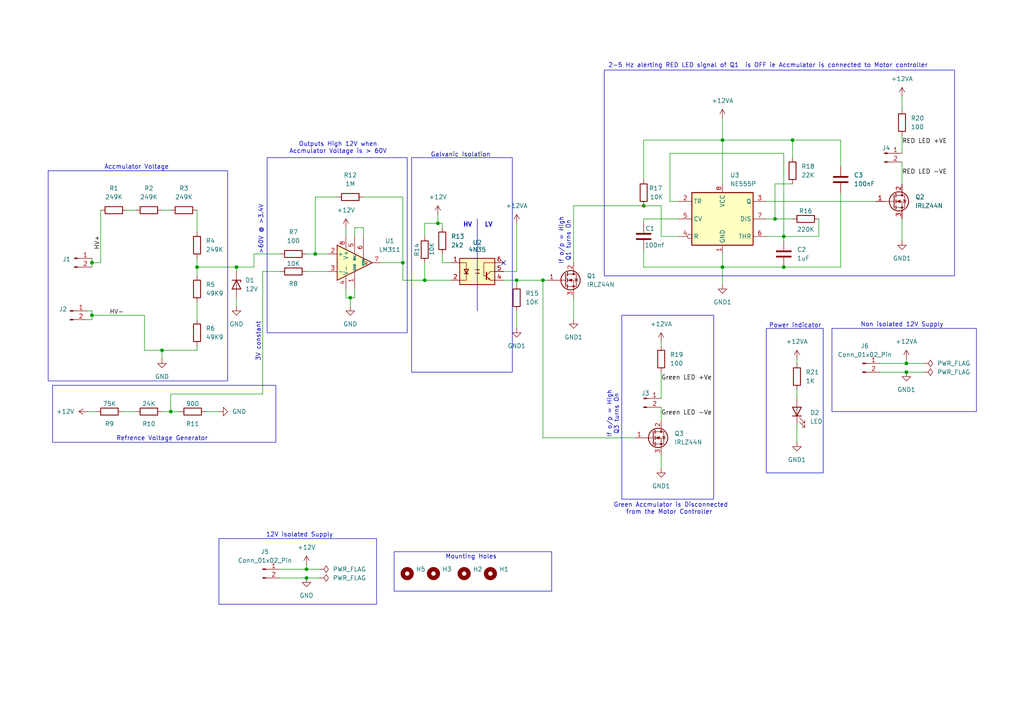
<source format=kicad_sch>
(kicad_sch (version 20231120) (generator "eeschema") (generator_version "8.0")
  (paper "A4")
  (lib_symbols
    (symbol "Comparator:LM311" (pin_names (offset 0.127))
      (property "Reference" "U" (at 3.81 6.35 0))
      (property "Value" "LM311" (at 3.81 3.81 0))
      (symbol "LM311_0_1"
        (polyline (pts (xy 5.08 0) (xy -5.08 5.08) (xy -5.08 -5.08) (xy 5.08 0)) (stroke (width 0.254)) (fill (type background)))
        (polyline (pts (xy 3.683 -0.381) (xy 3.302 -0.381) (xy 3.683 0) (xy 3.302 0.381) (xy 2.921 0) (xy 3.302 -0.381) (xy 2.921 -0.381)) (stroke (width 0.127)))
      )
      (symbol "LM311_1_1"
        (pin passive line (at 0 -7.62 90) (length 5.08) (name "GND") (number "1"))
        (pin input line (at -7.62 2.54 0) (length 2.54) (name "+") (number "2"))
        (pin input line (at -7.62 -2.54 0) (length 2.54) (name "-") (number "3"))
        (pin power_in line (at -2.54 -7.62 90) (length 3.81) (name "V-") (number "4"))
        (pin input line (at 0 7.62 270) (length 5.08) (name "BAL") (number "5"))
        (pin input line (at 2.54 7.62 270) (length 6.35) (name "STRB") (number "6"))
        (pin open_collector line (at 7.62 0 180) (length 2.54) (name "~") (number "7"))
        (pin power_in line (at -2.54 7.62 270) (length 3.81) (name "V+") (number "8"))
      )
    )
    (symbol "Connector:Conn_01x02_Pin" (pin_names (offset 1.016) hide)
      (property "Reference" "J" (at 0 2.54 0))
      (property "Value" "Conn_01x02_Pin" (at 0 -5.08 0))
      (symbol "Conn_01x02_Pin_1_1"
        (polyline (pts (xy 1.27 -2.54) (xy 0.8636 -2.54)) (stroke (width 0.1524)))
        (polyline (pts (xy 1.27 0) (xy 0.8636 0)) (stroke (width 0.1524)))
        (rectangle (start 0.8636 -2.413) (end 0 -2.667) (stroke (width 0.1524)) (fill (type outline)))
        (rectangle (start 0.8636 0.127) (end 0 -0.127) (stroke (width 0.1524)) (fill (type outline)))
        (pin passive line (at 5.08 0 180) (length 3.81) (name "Pin_1") (number "1"))
        (pin passive line (at 5.08 -2.54 180) (length 3.81) (name "Pin_2") (number "2"))
      )
    )
    (symbol "Device:C" (pin_numbers hide) (pin_names (offset 0.254))
      (property "Reference" "C" (at 0.635 2.54 0))
      (property "Value" "C" (at 0.635 -2.54 0))
      (symbol "C_0_1"
        (polyline (pts (xy -2.032 -0.762) (xy 2.032 -0.762)) (stroke (width 0.508)))
        (polyline (pts (xy -2.032 0.762) (xy 2.032 0.762)) (stroke (width 0.508)))
      )
      (symbol "C_1_1"
        (pin passive line (at 0 3.81 270) (length 2.794) (name "~") (number "1"))
        (pin passive line (at 0 -3.81 90) (length 2.794) (name "~") (number "2"))
      )
    )
    (symbol "Device:D_Zener" (pin_numbers hide) (pin_names (offset 1.016) hide)
      (property "Reference" "D" (at 0 2.54 0))
      (property "Value" "D_Zener" (at 0 -2.54 0))
      (symbol "D_Zener_0_1"
        (polyline (pts (xy 1.27 0) (xy -1.27 0)))
        (polyline (pts (xy -1.27 -1.27) (xy -1.27 1.27) (xy -0.762 1.27)) (stroke (width 0.254)))
        (polyline (pts (xy 1.27 -1.27) (xy 1.27 1.27) (xy -1.27 0) (xy 1.27 -1.27)) (stroke (width 0.254)))
      )
      (symbol "D_Zener_1_1"
        (pin passive line (at -3.81 0 0) (length 2.54) (name "K") (number "1"))
        (pin passive line (at 3.81 0 180) (length 2.54) (name "A") (number "2"))
      )
    )
    (symbol "Device:LED" (pin_numbers hide) (pin_names (offset 1.016) hide)
      (property "Reference" "D" (at 0 2.54 0))
      (property "Value" "LED" (at 0 -2.54 0))
      (symbol "LED_0_1"
        (polyline (pts (xy -1.27 -1.27) (xy -1.27 1.27)) (stroke (width 0.254)))
        (polyline (pts (xy -1.27 0) (xy 1.27 0)))
        (polyline (pts (xy 1.27 -1.27) (xy 1.27 1.27) (xy -1.27 0) (xy 1.27 -1.27)) (stroke (width 0.254)))
        (polyline (pts (xy -3.048 -0.762) (xy -4.572 -2.286) (xy -3.81 -2.286) (xy -4.572 -2.286) (xy -4.572 -1.524)))
        (polyline (pts (xy -1.778 -0.762) (xy -3.302 -2.286) (xy -2.54 -2.286) (xy -3.302 -2.286) (xy -3.302 -1.524)))
      )
      (symbol "LED_1_1"
        (pin passive line (at -3.81 0 0) (length 2.54) (name "K") (number "1"))
        (pin passive line (at 3.81 0 180) (length 2.54) (name "A") (number "2"))
      )
    )
    (symbol "Device:R" (pin_numbers hide) (pin_names (offset 0))
      (property "Reference" "R" (at 2.032 0 90))
      (property "Value" "R" (at 0 0 90))
      (symbol "R_0_1"
        (rectangle (start -1.016 -2.54) (end 1.016 2.54) (stroke (width 0.254)))
      )
      (symbol "R_1_1"
        (pin passive line (at 0 3.81 270) (length 1.27) (name "~") (number "1"))
        (pin passive line (at 0 -3.81 90) (length 1.27) (name "~") (number "2"))
      )
    )
    (symbol "Isolator:4N35" (pin_names (offset 1.016))
      (property "Reference" "U" (at -5.08 5.08 0))
      (property "Value" "4N35" (at 0 5.08 0))
      (symbol "4N35_0_1"
        (rectangle (start -5.08 3.81) (end 5.08 -3.81) (stroke (width 0.254)) (fill (type background)))
        (polyline (pts (xy -3.81 -0.635) (xy -2.54 -0.635)) (stroke (width 0.254)))
        (polyline (pts (xy 2.667 -1.397) (xy 3.81 -2.54)))
        (polyline (pts (xy 2.667 -1.143) (xy 3.81 0)))
        (polyline (pts (xy 3.81 -2.54) (xy 5.08 -2.54)))
        (polyline (pts (xy 3.81 0) (xy 5.08 0)))
        (polyline (pts (xy 2.667 -0.254) (xy 2.667 -2.286) (xy 2.667 -2.286)) (stroke (width 0.3556)))
        (polyline (pts (xy -5.08 -2.54) (xy -3.175 -2.54) (xy -3.175 2.54) (xy -5.08 2.54)))
        (polyline (pts (xy -3.175 -0.635) (xy -3.81 0.635) (xy -2.54 0.635) (xy -3.175 -0.635)) (stroke (width 0.254)))
        (polyline (pts (xy 3.683 -2.413) (xy 3.429 -1.905) (xy 3.175 -2.159) (xy 3.683 -2.413)))
        (polyline (pts (xy 5.08 2.54) (xy 1.905 2.54) (xy 1.905 -1.27) (xy 2.54 -1.27)))
        (polyline (pts (xy -0.635 -0.508) (xy 0.635 -0.508) (xy 0.254 -0.635) (xy 0.254 -0.381) (xy 0.635 -0.508)))
        (polyline (pts (xy -0.635 0.508) (xy 0.635 0.508) (xy 0.254 0.381) (xy 0.254 0.635) (xy 0.635 0.508)))
      )
      (symbol "4N35_1_1"
        (pin passive line (at -7.62 2.54 0) (length 2.54) (name "~") (number "1"))
        (pin passive line (at -7.62 -2.54 0) (length 2.54) (name "~") (number "2"))
        (pin no_connect line (at -5.08 0 0) (length 2.54) hide (name "NC") (number "3"))
        (pin passive line (at 7.62 -2.54 180) (length 2.54) (name "~") (number "4"))
        (pin passive line (at 7.62 0 180) (length 2.54) (name "~") (number "5"))
        (pin passive line (at 7.62 2.54 180) (length 2.54) (name "~") (number "6"))
      )
    )
    (symbol "Mechanical:MountingHole" (pin_names (offset 1.016)) (exclude_from_sim yes) (in_bom no)
      (property "Reference" "H" (at 0 5.08 0))
      (property "Value" "MountingHole" (at 0 3.175 0))
      (symbol "MountingHole_0_1"
        (circle (center 0 0) (radius 1.27) (stroke (width 1.27)))
      )
    )
    (symbol "Timer:NE555P"
      (property "Reference" "U" (at -10.16 8.89 0))
      (property "Value" "NE555P" (at 2.54 8.89 0))
      (symbol "NE555P_0_0"
        (pin power_in line (at 0 -10.16 90) (length 2.54) (name "GND") (number "1"))
        (pin power_in line (at 0 10.16 270) (length 2.54) (name "VCC") (number "8"))
      )
      (symbol "NE555P_0_1"
        (rectangle (start -8.89 -7.62) (end 8.89 7.62) (stroke (width 0.254)) (fill (type background)))
        (rectangle (start -8.89 -7.62) (end 8.89 7.62) (stroke (width 0.254)) (fill (type background)))
      )
      (symbol "NE555P_1_1"
        (pin input line (at -12.7 5.08 0) (length 3.81) (name "TR") (number "2"))
        (pin output line (at 12.7 5.08 180) (length 3.81) (name "Q") (number "3"))
        (pin input inverted (at -12.7 -5.08 0) (length 3.81) (name "R") (number "4"))
        (pin input line (at -12.7 0 0) (length 3.81) (name "CV") (number "5"))
        (pin input line (at 12.7 -5.08 180) (length 3.81) (name "THR") (number "6"))
        (pin input line (at 12.7 0 180) (length 3.81) (name "DIS") (number "7"))
      )
    )
    (symbol "Transistor_FET:IRLZ44N" (pin_names hide)
      (property "Reference" "Q" (at 5.08 1.905 0))
      (property "Value" "IRLZ44N" (at 5.08 0 0))
      (symbol "IRLZ44N_0_1"
        (polyline (pts (xy 0.254 0) (xy -2.54 0)))
        (polyline (pts (xy 0.254 1.905) (xy 0.254 -1.905)) (stroke (width 0.254)))
        (polyline (pts (xy 0.762 -1.27) (xy 0.762 -2.286)) (stroke (width 0.254)))
        (polyline (pts (xy 0.762 0.508) (xy 0.762 -0.508)) (stroke (width 0.254)))
        (polyline (pts (xy 0.762 2.286) (xy 0.762 1.27)) (stroke (width 0.254)))
        (polyline (pts (xy 2.54 2.54) (xy 2.54 1.778)))
        (polyline (pts (xy 2.54 -2.54) (xy 2.54 0) (xy 0.762 0)))
        (polyline (pts (xy 0.762 -1.778) (xy 3.302 -1.778) (xy 3.302 1.778) (xy 0.762 1.778)))
        (polyline (pts (xy 1.016 0) (xy 2.032 0.381) (xy 2.032 -0.381) (xy 1.016 0)) (fill (type outline)))
        (polyline (pts (xy 2.794 0.508) (xy 2.921 0.381) (xy 3.683 0.381) (xy 3.81 0.254)))
        (polyline (pts (xy 3.302 0.381) (xy 2.921 -0.254) (xy 3.683 -0.254) (xy 3.302 0.381)))
        (circle (center 1.651 0) (radius 2.794) (stroke (width 0.254)))
        (circle (center 2.54 -1.778) (radius 0.254) (fill (type outline)))
        (circle (center 2.54 1.778) (radius 0.254) (fill (type outline)))
      )
      (symbol "IRLZ44N_1_1"
        (pin input line (at -5.08 0 0) (length 2.54) (name "G") (number "1"))
        (pin passive line (at 2.54 5.08 270) (length 2.54) (name "D") (number "2"))
        (pin passive line (at 2.54 -5.08 90) (length 2.54) (name "S") (number "3"))
      )
    )
    (symbol "power:+12V" (power) (pin_numbers hide) (pin_names (offset 0) hide)
      (property "Value" "+12V" (at 0 3.556 0))
      (symbol "+12V_0_1"
        (polyline (pts (xy -0.762 1.27) (xy 0 2.54)))
        (polyline (pts (xy 0 0) (xy 0 2.54)))
        (polyline (pts (xy 0 2.54) (xy 0.762 1.27)))
      )
      (symbol "+12V_1_1"
        (pin power_in line (at 0 0 90) (length 0) (name "~") (number "1"))
      )
    )
    (symbol "power:+12VA" (power) (pin_numbers hide) (pin_names (offset 0) hide)
      (property "Value" "+12VA" (at 0 3.556 0))
      (symbol "+12VA_0_1"
        (polyline (pts (xy -0.762 1.27) (xy 0 2.54)))
        (polyline (pts (xy 0 0) (xy 0 2.54)))
        (polyline (pts (xy 0 2.54) (xy 0.762 1.27)))
      )
      (symbol "+12VA_1_1"
        (pin power_in line (at 0 0 90) (length 0) (name "~") (number "1"))
      )
    )
    (symbol "power:GND" (power) (pin_numbers hide) (pin_names (offset 0) hide)
      (property "Value" "GND" (at 0 -3.81 0))
      (symbol "GND_0_1"
        (polyline (pts (xy 0 0) (xy 0 -1.27) (xy 1.27 -1.27) (xy 0 -2.54) (xy -1.27 -1.27) (xy 0 -1.27)))
      )
      (symbol "GND_1_1"
        (pin power_in line (at 0 0 270) (length 0) (name "~") (number "1"))
      )
    )
    (symbol "power:GND1" (power) (pin_numbers hide) (pin_names (offset 0) hide)
      (property "Value" "GND1" (at 0 -3.81 0))
      (symbol "GND1_0_1"
        (polyline (pts (xy 0 0) (xy 0 -1.27) (xy 1.27 -1.27) (xy 0 -2.54) (xy -1.27 -1.27) (xy 0 -1.27)))
      )
      (symbol "GND1_1_1"
        (pin power_in line (at 0 0 270) (length 0) (name "~") (number "1"))
      )
    )
    (symbol "power:PWR_FLAG" (power) (pin_numbers hide) (pin_names (offset 0) hide)
      (property "Value" "PWR_FLAG" (at 0 3.81 0))
      (symbol "PWR_FLAG_0_0"
        (pin power_out line (at 0 0 90) (length 0) (name "~") (number "1"))
      )
      (symbol "PWR_FLAG_0_1"
        (polyline (pts (xy 0 0) (xy 0 1.27) (xy -1.016 1.905) (xy 0 2.54) (xy 1.016 1.905) (xy 0 1.27)))
      )
    )
  )
  (junction (at 57.15 77.47))
  (junction (at 26.67 91.44))
  (junction (at 229.87 40.64))
  (junction (at 209.55 40.64))
  (junction (at 157.48 81.28))
  (junction (at 262.89 105.41))
  (junction (at 149.86 81.28))
  (junction (at 101.6 86.36))
  (junction (at 88.9 165.1))
  (junction (at 68.58 77.47))
  (junction (at 116.84 76.2))
  (junction (at 46.99 101.6))
  (junction (at 262.89 107.95))
  (junction (at 209.55 77.47))
  (junction (at 26.67 76.2))
  (junction (at 127 64.77))
  (junction (at 186.69 59.69))
  (junction (at 88.9 167.64))
  (junction (at 49.53 119.38))
  (junction (at 227.33 68.58))
  (junction (at 91.44 73.66))
  (junction (at 123.19 81.28))
  (junction (at 227.33 77.47))
  (junction (at 224.79 63.5))
  (no_connect (at 146.05 76.2))
  (wire (pts (xy 116.84 81.28) (xy 116.84 76.2)))
  (wire (pts (xy 243.84 40.64) (xy 229.87 40.64)))
  (wire (pts (xy 186.69 40.64) (xy 209.55 40.64)))
  (wire (pts (xy 123.19 64.77) (xy 127 64.77)))
  (wire (pts (xy 194.31 44.45) (xy 227.33 44.45)))
  (wire (pts (xy 231.14 123.19) (xy 231.14 128.27)))
  (wire (pts (xy 157.48 81.28) (xy 158.75 81.28)))
  (wire (pts (xy 149.86 81.28) (xy 157.48 81.28)))
  (wire (pts (xy 184.15 127) (xy 157.48 127)))
  (wire (pts (xy 130.81 81.28) (xy 123.19 81.28)))
  (wire (pts (xy 149.86 81.28) (xy 149.86 82.55)))
  (wire (pts (xy 261.62 63.5) (xy 261.62 69.85)))
  (wire (pts (xy 57.15 60.96) (xy 57.15 67.31)))
  (wire (pts (xy 81.28 78.74) (xy 76.2 78.74)))
  (wire (pts (xy 229.87 40.64) (xy 229.87 45.72)))
  (wire (pts (xy 102.87 83.82) (xy 102.87 86.36)))
  (wire (pts (xy 73.66 73.66) (xy 81.28 73.66)))
  (wire (pts (xy 97.79 57.15) (xy 91.44 57.15)))
  (wire (pts (xy 26.67 90.17) (xy 26.67 91.44)))
  (wire (pts (xy 105.41 57.15) (xy 116.84 57.15)))
  (wire (pts (xy 186.69 77.47) (xy 209.55 77.47)))
  (wire (pts (xy 26.67 76.2) (xy 26.67 77.47)))
  (wire (pts (xy 26.67 91.44) (xy 26.67 92.71)))
  (wire (pts (xy 255.27 107.95) (xy 262.89 107.95)))
  (wire (pts (xy 186.69 72.39) (xy 186.69 77.47)))
  (wire (pts (xy 88.9 165.1) (xy 92.71 165.1)))
  (wire (pts (xy 88.9 73.66) (xy 91.44 73.66)))
  (wire (pts (xy 76.2 114.3) (xy 49.53 114.3)))
  (wire (pts (xy 237.49 63.5) (xy 237.49 68.58)))
  (wire (pts (xy 196.85 63.5) (xy 186.69 63.5)))
  (wire (pts (xy 88.9 165.1) (xy 81.28 165.1)))
  (wire (pts (xy 262.89 105.41) (xy 267.97 105.41)))
  (wire (pts (xy 25.4 119.38) (xy 27.94 119.38)))
  (wire (pts (xy 101.6 86.36) (xy 101.6 88.9)))
  (wire (pts (xy 91.44 57.15) (xy 91.44 73.66)))
  (wire (pts (xy 116.84 57.15) (xy 116.84 76.2)))
  (wire (pts (xy 128.27 64.77) (xy 128.27 66.04)))
  (wire (pts (xy 26.67 91.44) (xy 41.91 91.44)))
  (wire (pts (xy 57.15 77.47) (xy 68.58 77.47)))
  (wire (pts (xy 149.86 64.77) (xy 149.86 78.74)))
  (wire (pts (xy 76.2 78.74) (xy 76.2 114.3)))
  (wire (pts (xy 209.55 34.29) (xy 209.55 40.64)))
  (wire (pts (xy 130.81 76.2) (xy 128.27 76.2)))
  (wire (pts (xy 186.69 52.07) (xy 186.69 40.64)))
  (wire (pts (xy 146.05 81.28) (xy 149.86 81.28)))
  (wire (pts (xy 25.4 90.17) (xy 26.67 90.17)))
  (wire (pts (xy 100.33 83.82) (xy 100.33 86.36)))
  (wire (pts (xy 196.85 68.58) (xy 191.77 68.58)))
  (wire (pts (xy 261.62 39.37) (xy 261.62 44.45)))
  (wire (pts (xy 68.58 86.36) (xy 68.58 88.9)))
  (wire (pts (xy 229.87 40.64) (xy 209.55 40.64)))
  (wire (pts (xy 91.44 73.66) (xy 95.25 73.66)))
  (wire (pts (xy 194.31 58.42) (xy 194.31 44.45)))
  (wire (pts (xy 123.19 68.58) (xy 123.19 64.77)))
  (wire (pts (xy 100.33 66.04) (xy 100.33 68.58)))
  (wire (pts (xy 166.37 76.2) (xy 166.37 59.69)))
  (wire (pts (xy 166.37 59.69) (xy 186.69 59.69)))
  (wire (pts (xy 57.15 100.33) (xy 57.15 101.6)))
  (wire (pts (xy 209.55 77.47) (xy 209.55 82.55)))
  (wire (pts (xy 231.14 104.14) (xy 231.14 105.41)))
  (wire (pts (xy 209.55 77.47) (xy 209.55 73.66)))
  (wire (pts (xy 73.66 77.47) (xy 73.66 73.66)))
  (wire (pts (xy 261.62 46.99) (xy 261.62 53.34)))
  (wire (pts (xy 191.77 132.08) (xy 191.77 135.89)))
  (wire (pts (xy 46.99 101.6) (xy 57.15 101.6)))
  (wire (pts (xy 227.33 68.58) (xy 237.49 68.58)))
  (wire (pts (xy 88.9 78.74) (xy 95.25 78.74)))
  (wire (pts (xy 68.58 77.47) (xy 68.58 78.74)))
  (wire (pts (xy 209.55 40.64) (xy 209.55 53.34)))
  (wire (pts (xy 41.91 101.6) (xy 46.99 101.6)))
  (wire (pts (xy 59.69 119.38) (xy 63.5 119.38)))
  (wire (pts (xy 41.91 91.44) (xy 41.91 101.6)))
  (wire (pts (xy 191.77 59.69) (xy 186.69 59.69)))
  (wire (pts (xy 29.21 60.96) (xy 29.21 76.2)))
  (wire (pts (xy 26.67 74.93) (xy 26.67 76.2)))
  (wire (pts (xy 102.87 66.04) (xy 105.41 66.04)))
  (wire (pts (xy 227.33 68.58) (xy 227.33 69.85)))
  (wire (pts (xy 191.77 118.11) (xy 191.77 121.92)))
  (wire (pts (xy 231.14 113.03) (xy 231.14 115.57)))
  (wire (pts (xy 105.41 66.04) (xy 105.41 68.58)))
  (wire (pts (xy 127 62.23) (xy 127 64.77)))
  (wire (pts (xy 146.05 78.74) (xy 149.86 78.74)))
  (wire (pts (xy 81.28 167.64) (xy 88.9 167.64)))
  (wire (pts (xy 224.79 53.34) (xy 224.79 63.5)))
  (wire (pts (xy 100.33 86.36) (xy 101.6 86.36)))
  (wire (pts (xy 35.56 119.38) (xy 39.37 119.38)))
  (wire (pts (xy 229.87 53.34) (xy 224.79 53.34)))
  (wire (pts (xy 46.99 60.96) (xy 49.53 60.96)))
  (wire (pts (xy 25.4 92.71) (xy 26.67 92.71)))
  (wire (pts (xy 46.99 101.6) (xy 46.99 104.14)))
  (wire (pts (xy 149.86 90.17) (xy 149.86 95.25)))
  (wire (pts (xy 222.25 68.58) (xy 227.33 68.58)))
  (wire (pts (xy 116.84 81.28) (xy 123.19 81.28)))
  (wire (pts (xy 36.83 60.96) (xy 39.37 60.96)))
  (wire (pts (xy 157.48 81.28) (xy 157.48 127)))
  (wire (pts (xy 186.69 63.5) (xy 186.69 64.77)))
  (wire (pts (xy 49.53 114.3) (xy 49.53 119.38)))
  (wire (pts (xy 49.53 119.38) (xy 52.07 119.38)))
  (wire (pts (xy 191.77 107.95) (xy 191.77 115.57)))
  (wire (pts (xy 88.9 163.83) (xy 88.9 165.1)))
  (wire (pts (xy 262.89 104.14) (xy 262.89 105.41)))
  (wire (pts (xy 191.77 68.58) (xy 191.77 59.69)))
  (wire (pts (xy 128.27 76.2) (xy 128.27 73.66)))
  (wire (pts (xy 57.15 87.63) (xy 57.15 92.71)))
  (wire (pts (xy 191.77 99.06) (xy 191.77 100.33)))
  (wire (pts (xy 222.25 58.42) (xy 254 58.42)))
  (wire (pts (xy 123.19 76.2) (xy 123.19 81.28)))
  (wire (pts (xy 222.25 63.5) (xy 224.79 63.5)))
  (wire (pts (xy 110.49 76.2) (xy 116.84 76.2)))
  (wire (pts (xy 243.84 48.26) (xy 243.84 40.64)))
  (wire (pts (xy 261.62 27.94) (xy 261.62 31.75)))
  (wire (pts (xy 128.27 64.77) (xy 127 64.77)))
  (wire (pts (xy 46.99 119.38) (xy 49.53 119.38)))
  (wire (pts (xy 262.89 107.95) (xy 267.97 107.95)))
  (wire (pts (xy 243.84 55.88) (xy 243.84 77.47)))
  (wire (pts (xy 209.55 77.47) (xy 227.33 77.47)))
  (wire (pts (xy 224.79 63.5) (xy 229.87 63.5)))
  (wire (pts (xy 88.9 167.64) (xy 92.71 167.64)))
  (wire (pts (xy 196.85 58.42) (xy 194.31 58.42)))
  (wire (pts (xy 262.89 105.41) (xy 255.27 105.41)))
  (wire (pts (xy 243.84 77.47) (xy 227.33 77.47)))
  (wire (pts (xy 57.15 77.47) (xy 57.15 80.01)))
  (wire (pts (xy 26.67 76.2) (xy 29.21 76.2)))
  (wire (pts (xy 166.37 86.36) (xy 166.37 92.71)))
  (wire (pts (xy 227.33 44.45) (xy 227.33 68.58)))
  (wire (pts (xy 57.15 74.93) (xy 57.15 77.47)))
  (wire (pts (xy 68.58 77.47) (xy 73.66 77.47)))
  (wire (pts (xy 102.87 68.58) (xy 102.87 66.04)))
  (wire (pts (xy 101.6 86.36) (xy 102.87 86.36)))
  (polyline (pts (xy 138.43 63.5) (xy 138.43 90.17)))
  (rectangle (start 114.3 160.02) (end 160.02 171.45))
  (rectangle (start 241.3 95.25) (end 283.21 119.38))
  (rectangle (start 77.47 45.72) (end 118.11 96.52))
  (rectangle (start 180.34 91.44) (end 207.01 144.78))
  (rectangle (start 222.25 95.25) (end 238.76 137.16))
  (rectangle (start 175.26 20.32) (end 276.86 80.01))
  (rectangle (start 15.24 111.76) (end 80.01 128.27))
  (rectangle (start 13.97 49.53) (end 66.04 110.49))
  (rectangle (start 119.38 45.72) (end 148.59 107.95))
  (rectangle (start 63.5 156.21) (end 109.22 175.26))
  (text "2-5 Hz alerting RED LED signal of Q1  is OFF ie Accmulator is connected to Motor controller" (at 222.758 19.05 0) (effects (font (size 1.27 1.27))))
  (text ">60V @ >3.4V" (at 75.692 66.548 90) (effects (font (size 1.27 1.27))))
  (text "If o/p = High \nQ3 turns On " (at 177.8 119.634 90) (effects (font (size 1.27 1.27))))
  (text "LV" (at 141.732 65.278 0) (effects (font (size 1.27 1.27) (thickness 0.254) (bold yes))))
  (text "HV" (at 135.636 65.278 0) (effects (font (size 1.27 1.27) (thickness 0.254) (bold yes))))
  (text "Accmulator Voltage" (at 39.624 48.514 0) (effects (font (size 1.27 1.27))))
  (text "If o/p = High \nQ1 turns On " (at 163.83 69.342 90) (effects (font (size 1.27 1.27))))
  (text "Outputs High 12V when\nAccmulator Voltage is > 60V" (at 98.044 42.926 0) (effects (font (size 1.27 1.27))))
  (text "Galvanic Isolation" (at 133.604 44.958 0) (effects (font (size 1.27 1.27))))
  (text "3V constant" (at 74.93 99.06 90) (effects (font (size 1.27 1.27))))
  (text "Mounting Holes" (at 136.652 161.544 0) (effects (font (size 1.27 1.27))))
  (text "Non isolated 12V Supply" (at 261.62 94.234 0) (effects (font (size 1.27 1.27))))
  (text "Refrence Voltage Generator" (at 46.99 127.254 0) (effects (font (size 1.27 1.27))))
  (text "Power indicator" (at 230.632 94.488 0) (effects (font (size 1.27 1.27))))
  (text "12V isolated Supply" (at 86.868 155.194 0) (effects (font (size 1.27 1.27))))
  (text "Green Accmulator is Disconnected\nfrom the Motor Controller " (at 194.564 147.574 0) (effects (font (size 1.27 1.27))))
  (label "HV+" (at 29.21 72.39 90))
  (label "RED LED +VE" (at 261.62 41.91 0))
  (label "Green LED +Ve" (at 191.77 110.49 0))
  (label "HV-" (at 31.75 91.44 0))
  (label "Green LED -Ve" (at 191.77 120.65 0))
  (label "RED LED -VE" (at 261.62 50.8 0))
  (symbol (lib_id "power:GND") (at 101.6 88.9 0) (unit 1)
    (property "Reference" "#PWR05" (effects (hide yes)))
    (property "Value" "GND" (at 101.6 93.98 0))
    (property "Description" "Power symbol creates a global label with name \"GND\" , ground" (effects (hide yes)))
  )
  (symbol (lib_id "Connector:Conn_01x02_Pin") (at 76.2 165.1 0) (unit 1)
    (property "Reference" "J5" (at 76.835 160.02 0))
    (property "Value" "Conn_01x02_Pin" (at 76.835 162.56 0))
    (property "Footprint" "TerminalBlock_Phoenix:TerminalBlock_Phoenix_MKDS-1,5-2-5.08_1x02_P5.08mm_Horizontal" (effects (hide yes)))
    (property "Description" "Generic connector, single row, 01x02, script generated" (effects (hide yes)))
  )
  (symbol (lib_id "power:PWR_FLAG") (at 267.97 105.41 270) (unit 1)
    (property "Reference" "#FLG03" (effects (hide yes)))
    (property "Value" "PWR_FLAG" (at 271.78 105.4099 90) (effects (justify left)))
    (property "Description" "Special symbol for telling ERC where power comes from" (effects (hide yes)))
  )
  (symbol (lib_id "power:+12V") (at 88.9 163.83 0) (unit 1)
    (property "Reference" "#PWR017" (effects (hide yes)))
    (property "Value" "+12V" (at 88.9 158.75 0))
    (property "Description" "Power symbol creates a global label with name \"+12V\"" (effects (hide yes)))
  )
  (symbol (lib_id "Device:R") (at 231.14 109.22 0) (unit 1)
    (property "Reference" "R21" (at 233.68 107.9499 0) (effects (justify left)))
    (property "Value" "1K" (at 233.68 110.4899 0) (effects (justify left)))
    (property "Footprint" "Resistor_THT:R_Axial_DIN0207_L6.3mm_D2.5mm_P7.62mm_Horizontal" (effects (hide yes)))
    (property "Description" "Resistor" (effects (hide yes)))
  )
  (symbol (lib_id "power:+12V") (at 25.4 119.38 90) (unit 1)
    (property "Reference" "#PWR02" (effects (hide yes)))
    (property "Value" "+12V" (at 21.59 119.3799 90) (effects (justify left)))
    (property "Description" "Power symbol creates a global label with name \"+12V\"" (effects (hide yes)))
  )
  (symbol (lib_id "Device:C") (at 227.33 73.66 0) (unit 1)
    (property "Reference" "C2" (at 231.14 72.3899 0) (effects (justify left)))
    (property "Value" "1uF" (at 231.14 74.9299 0) (effects (justify left)))
    (property "Footprint" "Capacitor_THT:CP_Radial_D10.0mm_P5.00mm" (effects (hide yes)))
    (property "Description" "Unpolarized capacitor" (effects (hide yes)))
  )
  (symbol (lib_id "Comparator:LM311") (at 102.87 76.2 0) (unit 1)
    (property "Reference" "U1" (at 113.03 69.8814 0))
    (property "Value" "LM311" (at 113.03 72.4214 0))
    (property "Footprint" "Package_DIP:CERDIP-8_W7.62mm_SideBrazed" (effects (hide yes)))
    (property "Datasheet" "https://www.st.com/resource/en/datasheet/lm311.pdf" (effects (hide yes)))
    (property "Description" "Voltage Comparator, DIP-8/SOIC-8" (effects (hide yes)))
  )
  (symbol (lib_id "power:PWR_FLAG") (at 92.71 165.1 270) (unit 1)
    (property "Reference" "#FLG01" (effects (hide yes)))
    (property "Value" "PWR_FLAG" (at 96.52 165.0999 90) (effects (justify left)))
    (property "Description" "Special symbol for telling ERC where power comes from" (effects (hide yes)))
  )
  (symbol (lib_id "Transistor_FET:IRLZ44N") (at 163.83 81.28 0) (unit 1)
    (property "Reference" "Q1" (at 170.18 80.0099 0) (effects (justify left)))
    (property "Value" "IRLZ44N" (at 170.18 82.5499 0) (effects (justify left)))
    (property "Footprint" "Package_TO_SOT_THT:TO-220-3_Vertical" (effects (hide yes)))
    (property "Datasheet" "http://www.irf.com/product-info/datasheets/data/irlz44n.pdf" (effects (hide yes)))
    (property "Description" "47A Id, 55V Vds, 22mOhm Rds Single N-Channel HEXFET Power MOSFET, TO-220AB" (effects (hide yes)))
  )
  (symbol (lib_id "power:+12VA") (at 261.62 27.94 0) (unit 1)
    (property "Reference" "#PWR016" (effects (hide yes)))
    (property "Value" "+12VA" (at 261.62 22.86 0))
    (property "Description" "Power symbol creates a global label with name \"+12VA\"" (effects (hide yes)))
  )
  (symbol (lib_id "Connector:Conn_01x02_Pin") (at 21.59 74.93 0) (unit 1)
    (property "Reference" "J1" (at 19.304 75.184 0))
    (property "Value" "HV +" (effects (hide yes)))
    (property "Footprint" "TerminalBlock_Phoenix:TerminalBlock_Phoenix_MKDS-1,5-2-5.08_1x02_P5.08mm_Horizontal" (effects (hide yes)))
    (property "Description" "Generic connector, single row, 01x02, script generated" (effects (hide yes)))
  )
  (symbol (lib_id "power:GND1") (at 262.89 107.95 0) (unit 1)
    (property "Reference" "#PWR019" (effects (hide yes)))
    (property "Value" "GND1" (at 262.89 113.03 0))
    (property "Description" "Power symbol creates a global label with name \"GND1\" , ground" (effects (hide yes)))
  )
  (symbol (lib_id "power:GND1") (at 166.37 92.71 0) (unit 1)
    (property "Reference" "#PWR010" (effects (hide yes)))
    (property "Value" "GND1" (at 166.37 97.79 0))
    (property "Description" "Power symbol creates a global label with name \"GND1\" , ground" (effects (hide yes)))
  )
  (symbol (lib_id "Transistor_FET:IRLZ44N") (at 189.23 127 0) (unit 1)
    (property "Reference" "Q3" (at 195.58 125.7299 0) (effects (justify left)))
    (property "Value" "IRLZ44N" (at 195.58 128.2699 0) (effects (justify left)))
    (property "Footprint" "Package_TO_SOT_THT:TO-220-3_Vertical" (effects (hide yes)))
    (property "Datasheet" "http://www.irf.com/product-info/datasheets/data/irlz44n.pdf" (effects (hide yes)))
    (property "Description" "47A Id, 55V Vds, 22mOhm Rds Single N-Channel HEXFET Power MOSFET, TO-220AB" (effects (hide yes)))
  )
  (symbol (lib_id "power:GND") (at 46.99 104.14 0) (unit 1)
    (property "Reference" "#PWR01" (effects (hide yes)))
    (property "Value" "GND" (at 46.99 109.22 0))
    (property "Description" "Power symbol creates a global label with name \"GND\" , ground" (effects (hide yes)))
  )
  (symbol (lib_id "power:GND1") (at 231.14 128.27 0) (unit 1)
    (property "Reference" "#PWR022" (effects (hide yes)))
    (property "Value" "GND1" (at 231.14 133.35 0))
    (property "Description" "Power symbol creates a global label with name \"GND1\" , ground" (effects (hide yes)))
  )
  (symbol (lib_id "Device:C") (at 243.84 52.07 0) (unit 1)
    (property "Reference" "C3" (at 247.65 50.7999 0) (effects (justify left)))
    (property "Value" "100nF" (at 247.65 53.3399 0) (effects (justify left)))
    (property "Footprint" "Capacitor_THT:CP_Radial_D10.0mm_P5.00mm" (effects (hide yes)))
    (property "Description" "Unpolarized capacitor" (effects (hide yes)))
  )
  (symbol (lib_id "power:+12VA") (at 231.14 104.14 0) (unit 1)
    (property "Reference" "#PWR021" (effects (hide yes)))
    (property "Value" "+12VA" (at 231.14 99.06 0))
    (property "Description" "Power symbol creates a global label with name \"+12VA\"" (effects (hide yes)))
  )
  (symbol (lib_id "Mechanical:MountingHole") (at 118.11 166.37 0) (unit 1) (exclude_from_sim yes) (in_bom no)
    (property "Reference" "H5" (at 120.65 165.0999 0) (effects (justify left)))
    (property "Value" "MountingHole" (effects (hide yes)))
    (property "Footprint" "MountingHole:MountingHole_4.3mm_M4" (effects (hide yes)))
    (property "Description" "Mounting Hole without connection" (effects (hide yes)))
  )
  (symbol (lib_id "Device:R") (at 85.09 73.66 90) (unit 1)
    (property "Reference" "R7" (at 85.09 67.31 90))
    (property "Value" "100" (at 85.09 69.85 90))
    (property "Footprint" "Resistor_THT:R_Axial_DIN0207_L6.3mm_D2.5mm_P7.62mm_Horizontal" (effects (hide yes)))
    (property "Description" "Resistor" (effects (hide yes)))
  )
  (symbol (lib_id "Device:R") (at 123.19 72.39 180) (unit 1)
    (property "Reference" "R14" (at 120.904 74.422 90) (effects (justify right)))
    (property "Value" "10K" (at 125.222 74.168 90) (effects (justify right)))
    (property "Footprint" "Resistor_THT:R_Axial_DIN0207_L6.3mm_D2.5mm_P7.62mm_Horizontal" (effects (hide yes)))
    (property "Description" "Resistor" (effects (hide yes)))
  )
  (symbol (lib_id "Device:R") (at 43.18 119.38 90) (unit 1)
    (property "Reference" "R10" (at 43.18 122.936 90))
    (property "Value" "24K" (at 43.18 117.094 90))
    (property "Footprint" "Resistor_THT:R_Axial_DIN0207_L6.3mm_D2.5mm_P7.62mm_Horizontal" (effects (hide yes)))
    (property "Description" "Resistor" (effects (hide yes)))
  )
  (symbol (lib_id "Device:R") (at 57.15 83.82 180) (unit 1)
    (property "Reference" "R5" (at 59.69 82.5499 0) (effects (justify right)))
    (property "Value" "49K9" (at 59.69 85.0899 0) (effects (justify right)))
    (property "Footprint" "Resistor_THT:R_Axial_DIN0207_L6.3mm_D2.5mm_P7.62mm_Horizontal" (effects (hide yes)))
    (property "Description" "Resistor" (effects (hide yes)))
  )
  (symbol (lib_id "Device:R") (at 101.6 57.15 90) (unit 1)
    (property "Reference" "R12" (at 101.6 50.8 90))
    (property "Value" "1M" (at 101.6 53.34 90))
    (property "Footprint" "Resistor_THT:R_Axial_DIN0207_L6.3mm_D2.5mm_P7.62mm_Horizontal" (effects (hide yes)))
    (property "Description" "Resistor" (effects (hide yes)))
  )
  (symbol (lib_id "Device:R") (at 57.15 96.52 180) (unit 1)
    (property "Reference" "R6" (at 59.69 95.2499 0) (effects (justify right)))
    (property "Value" "49K9" (at 59.69 97.7899 0) (effects (justify right)))
    (property "Footprint" "Resistor_THT:R_Axial_DIN0207_L6.3mm_D2.5mm_P7.62mm_Horizontal" (effects (hide yes)))
    (property "Description" "Resistor" (effects (hide yes)))
  )
  (symbol (lib_id "Timer:NE555P") (at 209.55 63.5 0) (unit 1)
    (property "Reference" "U3" (at 211.7441 50.8 0) (effects (justify left)))
    (property "Value" "NE555P" (at 211.7441 53.34 0) (effects (justify left)))
    (property "Footprint" "Package_DIP:DIP-8_W7.62mm" (effects (hide yes)))
    (property "Datasheet" "http://www.ti.com/lit/ds/symlink/ne555.pdf" (effects (hide yes)))
    (property "Description" "Precision Timers, 555 compatible,  PDIP-8" (effects (hide yes)))
  )
  (symbol (lib_id "power:+12V") (at 127 62.23 0) (unit 1)
    (property "Reference" "#PWR07" (effects (hide yes)))
    (property "Value" "+12V" (at 127 57.15 0))
    (property "Description" "Power symbol creates a global label with name \"+12V\"" (effects (hide yes)))
  )
  (symbol (lib_id "Device:R") (at 191.77 104.14 0) (unit 1)
    (property "Reference" "R19" (at 194.31 102.8699 0) (effects (justify left)))
    (property "Value" "100" (at 194.31 105.4099 0) (effects (justify left)))
    (property "Footprint" "Resistor_THT:R_Axial_DIN0207_L6.3mm_D2.5mm_P7.62mm_Horizontal" (effects (hide yes)))
    (property "Description" "Resistor" (effects (hide yes)))
  )
  (symbol (lib_id "Device:R") (at 55.88 119.38 90) (unit 1)
    (property "Reference" "R11" (at 55.88 122.936 90))
    (property "Value" "900" (at 55.88 117.094 90))
    (property "Footprint" "Resistor_THT:R_Axial_DIN0207_L6.3mm_D2.5mm_P7.62mm_Horizontal" (effects (hide yes)))
    (property "Description" "Resistor" (effects (hide yes)))
  )
  (symbol (lib_id "Mechanical:MountingHole") (at 125.73 166.37 0) (unit 1) (exclude_from_sim yes) (in_bom no)
    (property "Reference" "H3" (at 128.27 165.0999 0) (effects (justify left)))
    (property "Value" "MountingHole" (effects (hide yes)))
    (property "Footprint" "MountingHole:MountingHole_4.3mm_M4" (effects (hide yes)))
    (property "Description" "Mounting Hole without connection" (effects (hide yes)))
  )
  (symbol (lib_id "Device:LED") (at 231.14 119.38 90) (unit 1)
    (property "Reference" "D2" (at 234.95 119.6974 90) (effects (justify right)))
    (property "Value" "LED" (at 234.95 122.2374 90) (effects (justify right)))
    (property "Footprint" "LED_THT:LED_D5.0mm" (effects (hide yes)))
    (property "Description" "Light emitting diode" (effects (hide yes)))
  )
  (symbol (lib_id "power:+12VA") (at 191.77 99.06 0) (unit 1)
    (property "Reference" "#PWR013" (effects (hide yes)))
    (property "Value" "+12VA" (at 191.77 93.98 0))
    (property "Description" "Power symbol creates a global label with name \"+12VA\"" (effects (hide yes)))
  )
  (symbol (lib_id "Mechanical:MountingHole") (at 142.24 166.37 0) (unit 1) (exclude_from_sim yes) (in_bom no)
    (property "Reference" "H1" (at 144.78 165.0999 0) (effects (justify left)))
    (property "Value" "MountingHole" (effects (hide yes)))
    (property "Footprint" "MountingHole:MountingHole_4.3mm_M4" (effects (hide yes)))
    (property "Description" "Mounting Hole without connection" (effects (hide yes)))
  )
  (symbol (lib_id "Transistor_FET:IRLZ44N") (at 259.08 58.42 0) (unit 1)
    (property "Reference" "Q2" (at 265.43 57.1499 0) (effects (justify left)))
    (property "Value" "IRLZ44N" (at 265.43 59.6899 0) (effects (justify left)))
    (property "Footprint" "Package_TO_SOT_THT:TO-220-3_Vertical" (effects (hide yes)))
    (property "Datasheet" "http://www.irf.com/product-info/datasheets/data/irlz44n.pdf" (effects (hide yes)))
    (property "Description" "47A Id, 55V Vds, 22mOhm Rds Single N-Channel HEXFET Power MOSFET, TO-220AB" (effects (hide yes)))
  )
  (symbol (lib_id "Device:R") (at 33.02 60.96 90) (unit 1)
    (property "Reference" "R1" (at 33.02 54.61 90))
    (property "Value" "249K" (at 33.02 57.15 90))
    (property "Footprint" "Resistor_THT:R_Axial_DIN0207_L6.3mm_D2.5mm_P7.62mm_Horizontal" (effects (hide yes)))
    (property "Description" "Resistor" (effects (hide yes)))
  )
  (symbol (lib_id "Device:R") (at 128.27 69.85 180) (unit 1)
    (property "Reference" "R13" (at 130.81 68.5799 0) (effects (justify right)))
    (property "Value" "2k2" (at 130.81 71.1199 0) (effects (justify right)))
    (property "Footprint" "Resistor_THT:R_Axial_DIN0207_L6.3mm_D2.5mm_P7.62mm_Horizontal" (effects (hide yes)))
    (property "Description" "Resistor" (effects (hide yes)))
  )
  (symbol (lib_id "Device:R") (at 31.75 119.38 90) (unit 1)
    (property "Reference" "R9" (at 31.75 122.936 90))
    (property "Value" "75K" (at 31.75 117.094 90))
    (property "Footprint" "Resistor_THT:R_Axial_DIN0207_L6.3mm_D2.5mm_P7.62mm_Horizontal" (effects (hide yes)))
    (property "Description" "Resistor" (effects (hide yes)))
  )
  (symbol (lib_id "Isolator:4N35") (at 138.43 78.74 0) (unit 1)
    (property "Reference" "U2" (at 138.43 70.358 0))
    (property "Value" "4N35" (at 138.43 72.39 0))
    (property "Footprint" "Package_DIP:DIP-6_W7.62mm" (effects (hide yes)))
    (property "Datasheet" "https://www.vishay.com/docs/81181/4n35.pdf" (effects (hide yes)))
    (property "Description" "Optocoupler, Phototransistor Output, with Base Connection, Vce 70V, CTR 100%, Viso 5000V, DIP6" (effects (hide yes)))
  )
  (symbol (lib_id "Connector:Conn_01x02_Pin") (at 256.54 44.45 0) (unit 1)
    (property "Reference" "J4" (at 257.048 42.926 0))
    (property "Value" "Conn_01x02_Pin" (effects (hide yes)))
    (property "Footprint" "TerminalBlock_Phoenix:TerminalBlock_Phoenix_MKDS-1,5-2-5.08_1x02_P5.08mm_Horizontal" (effects (hide yes)))
    (property "Description" "Generic connector, single row, 01x02, script generated" (effects (hide yes)))
  )
  (symbol (lib_id "power:+12VA") (at 262.89 104.14 0) (unit 1)
    (property "Reference" "#PWR020" (effects (hide yes)))
    (property "Value" "+12VA" (at 262.89 99.06 0))
    (property "Description" "Power symbol creates a global label with name \"+12VA\"" (effects (hide yes)))
  )
  (symbol (lib_id "power:GND") (at 88.9 167.64 0) (unit 1)
    (property "Reference" "#PWR018" (effects (hide yes)))
    (property "Value" "GND" (at 88.9 172.72 0))
    (property "Description" "Power symbol creates a global label with name \"GND\" , ground" (effects (hide yes)))
  )
  (symbol (lib_id "Device:R") (at 261.62 35.56 0) (unit 1)
    (property "Reference" "R20" (at 264.16 34.2899 0) (effects (justify left)))
    (property "Value" "100" (at 264.16 36.8299 0) (effects (justify left)))
    (property "Footprint" "Resistor_THT:R_Axial_DIN0207_L6.3mm_D2.5mm_P7.62mm_Horizontal" (effects (hide yes)))
    (property "Description" "Resistor" (effects (hide yes)))
  )
  (symbol (lib_id "power:+12VA") (at 149.86 64.77 0) (unit 1)
    (property "Reference" "#PWR08" (effects (hide yes)))
    (property "Value" "+12VA" (at 149.86 59.69 0))
    (property "Description" "Power symbol creates a global label with name \"+12VA\"" (effects (hide yes)))
  )
  (symbol (lib_id "power:GND") (at 63.5 119.38 90) (unit 1)
    (property "Reference" "#PWR03" (effects (hide yes)))
    (property "Value" "GND" (at 67.31 119.3799 90) (effects (justify right)))
    (property "Description" "Power symbol creates a global label with name \"GND\" , ground" (effects (hide yes)))
  )
  (symbol (lib_id "Device:D_Zener") (at 68.58 82.55 270) (unit 1)
    (property "Reference" "D1" (at 71.12 81.2799 90) (effects (justify left)))
    (property "Value" "12V" (at 71.12 83.8199 90) (effects (justify left)))
    (property "Footprint" "Diode_THT:D_A-405_P7.62mm_Horizontal" (effects (hide yes)))
    (property "Description" "Zener diode" (effects (hide yes)))
  )
  (symbol (lib_id "power:GND1") (at 209.55 82.55 0) (unit 1)
    (property "Reference" "#PWR012" (effects (hide yes)))
    (property "Value" "GND1" (at 209.55 87.63 0))
    (property "Description" "Power symbol creates a global label with name \"GND1\" , ground" (effects (hide yes)))
  )
  (symbol (lib_id "Device:R") (at 85.09 78.74 90) (unit 1)
    (property "Reference" "R8" (at 85.09 82.296 90))
    (property "Value" "10K" (at 85.09 76.454 90))
    (property "Footprint" "Resistor_THT:R_Axial_DIN0207_L6.3mm_D2.5mm_P7.62mm_Horizontal" (effects (hide yes)))
    (property "Description" "Resistor" (effects (hide yes)))
  )
  (symbol (lib_id "power:GND1") (at 149.86 95.25 0) (unit 1)
    (property "Reference" "#PWR09" (effects (hide yes)))
    (property "Value" "GND1" (at 149.86 100.33 0))
    (property "Description" "Power symbol creates a global label with name \"GND1\" , ground" (effects (hide yes)))
  )
  (symbol (lib_id "Device:R") (at 43.18 60.96 90) (unit 1)
    (property "Reference" "R2" (at 43.18 54.61 90))
    (property "Value" "249K" (at 43.18 57.15 90))
    (property "Footprint" "Resistor_THT:R_Axial_DIN0207_L6.3mm_D2.5mm_P7.62mm_Horizontal" (effects (hide yes)))
    (property "Description" "Resistor" (effects (hide yes)))
  )
  (symbol (lib_id "power:GND1") (at 261.62 69.85 0) (unit 1)
    (property "Reference" "#PWR015" (effects (hide yes)))
    (property "Value" "GND1" (at 261.62 74.93 0))
    (property "Description" "Power symbol creates a global label with name \"GND1\" , ground" (effects (hide yes)))
  )
  (symbol (lib_id "power:+12VA") (at 209.55 34.29 0) (unit 1)
    (property "Reference" "#PWR011" (effects (hide yes)))
    (property "Value" "+12VA" (at 209.55 29.21 0))
    (property "Description" "Power symbol creates a global label with name \"+12VA\"" (effects (hide yes)))
  )
  (symbol (lib_id "power:PWR_FLAG") (at 92.71 167.64 270) (unit 1)
    (property "Reference" "#FLG02" (effects (hide yes)))
    (property "Value" "PWR_FLAG" (at 96.52 167.6399 90) (effects (justify left)))
    (property "Description" "Special symbol for telling ERC where power comes from" (effects (hide yes)))
  )
  (symbol (lib_id "Device:C") (at 186.69 68.58 0) (unit 1)
    (property "Reference" "C1" (at 187.198 66.294 0) (effects (justify left)))
    (property "Value" "100nf" (at 186.944 71.12 0) (effects (justify left)))
    (property "Footprint" "Capacitor_THT:CP_Radial_D10.0mm_P5.00mm" (effects (hide yes)))
    (property "Description" "Unpolarized capacitor" (effects (hide yes)))
  )
  (symbol (lib_id "Connector:Conn_01x02_Pin") (at 20.32 90.17 0) (unit 1)
    (property "Reference" "J2" (at 18.288 89.662 0))
    (property "Value" "Conn_01x02_Pin" (effects (hide yes)))
    (property "Footprint" "TerminalBlock_Phoenix:TerminalBlock_Phoenix_MKDS-1,5-2-5.08_1x02_P5.08mm_Horizontal" (effects (hide yes)))
    (property "Description" "Generic connector, single row, 01x02, script generated" (effects (hide yes)))
  )
  (symbol (lib_id "Device:R") (at 233.68 63.5 270) (unit 1)
    (property "Reference" "R16" (at 233.68 61.214 90))
    (property "Value" "220K" (at 233.68 66.548 90))
    (property "Footprint" "Resistor_THT:R_Axial_DIN0207_L6.3mm_D2.5mm_P7.62mm_Horizontal" (effects (hide yes)))
    (property "Description" "Resistor" (effects (hide yes)))
  )
  (symbol (lib_id "power:+12V") (at 100.33 66.04 0) (unit 1)
    (property "Reference" "#PWR06" (effects (hide yes)))
    (property "Value" "+12V" (at 100.33 60.96 0))
    (property "Description" "Power symbol creates a global label with name \"+12V\"" (effects (hide yes)))
  )
  (symbol (lib_id "power:GND1") (at 191.77 135.89 0) (unit 1)
    (property "Reference" "#PWR014" (effects (hide yes)))
    (property "Value" "GND1" (at 191.77 140.97 0))
    (property "Description" "Power symbol creates a global label with name \"GND1\" , ground" (effects (hide yes)))
  )
  (symbol (lib_id "Device:R") (at 57.15 71.12 180) (unit 1)
    (property "Reference" "R4" (at 59.69 69.8499 0) (effects (justify right)))
    (property "Value" "249K" (at 59.69 72.3899 0) (effects (justify right)))
    (property "Footprint" "Resistor_THT:R_Axial_DIN0207_L6.3mm_D2.5mm_P7.62mm_Horizontal" (effects (hide yes)))
    (property "Description" "Resistor" (effects (hide yes)))
  )
  (symbol (lib_id "Connector:Conn_01x02_Pin") (at 250.19 105.41 0) (unit 1)
    (property "Reference" "J6" (at 250.825 100.33 0))
    (property "Value" "Conn_01x02_Pin" (at 250.825 102.87 0))
    (property "Footprint" "TerminalBlock_Phoenix:TerminalBlock_Phoenix_MKDS-1,5-2-5.08_1x02_P5.08mm_Horizontal" (effects (hide yes)))
    (property "Description" "Generic connector, single row, 01x02, script generated" (effects (hide yes)))
  )
  (symbol (lib_id "Connector:Conn_01x02_Pin") (at 186.69 115.57 0) (unit 1)
    (property "Reference" "J3" (at 187.198 114.046 0))
    (property "Value" "Conn_01x02_Pin" (effects (hide yes)))
    (property "Footprint" "TerminalBlock_Phoenix:TerminalBlock_Phoenix_MKDS-1,5-2-5.08_1x02_P5.08mm_Horizontal" (effects (hide yes)))
    (property "Description" "Generic connector, single row, 01x02, script generated" (effects (hide yes)))
  )
  (symbol (lib_id "Device:R") (at 186.69 55.88 0) (unit 1)
    (property "Reference" "R17" (at 188.214 54.61 0) (effects (justify left)))
    (property "Value" "10K" (at 188.468 57.15 0) (effects (justify left)))
    (property "Footprint" "Resistor_THT:R_Axial_DIN0207_L6.3mm_D2.5mm_P7.62mm_Horizontal" (effects (hide yes)))
    (property "Description" "Resistor" (effects (hide yes)))
  )
  (symbol (lib_id "Device:R") (at 229.87 49.53 0) (unit 1)
    (property "Reference" "R18" (at 232.41 48.2599 0) (effects (justify left)))
    (property "Value" "22K" (at 232.41 50.7999 0) (effects (justify left)))
    (property "Footprint" "Resistor_THT:R_Axial_DIN0207_L6.3mm_D2.5mm_P7.62mm_Horizontal" (effects (hide yes)))
    (property "Description" "Resistor" (effects (hide yes)))
  )
  (symbol (lib_id "power:GND") (at 68.58 88.9 0) (unit 1)
    (property "Reference" "#PWR04" (effects (hide yes)))
    (property "Value" "GND" (at 68.58 93.98 0))
    (property "Description" "Power symbol creates a global label with name \"GND\" , ground" (effects (hide yes)))
  )
  (symbol (lib_id "Mechanical:MountingHole") (at 134.62 166.37 0) (unit 1) (exclude_from_sim yes) (in_bom no)
    (property "Reference" "H2" (at 137.16 165.0999 0) (effects (justify left)))
    (property "Value" "MountingHole" (effects (hide yes)))
    (property "Footprint" "MountingHole:MountingHole_4.3mm_M4" (effects (hide yes)))
    (property "Description" "Mounting Hole without connection" (effects (hide yes)))
  )
  (symbol (lib_id "Device:R") (at 149.86 86.36 180) (unit 1)
    (property "Reference" "R15" (at 152.4 85.0899 0) (effects (justify right)))
    (property "Value" "10K" (at 152.4 87.6299 0) (effects (justify right)))
    (property "Footprint" "Resistor_THT:R_Axial_DIN0207_L6.3mm_D2.5mm_P7.62mm_Horizontal" (effects (hide yes)))
    (property "Description" "Resistor" (effects (hide yes)))
  )
  (symbol (lib_id "power:PWR_FLAG") (at 267.97 107.95 270) (unit 1)
    (property "Reference" "#FLG04" (effects (hide yes)))
    (property "Value" "PWR_FLAG" (at 271.78 107.9499 90) (effects (justify left)))
    (property "Description" "Special symbol for telling ERC where power comes from" (effects (hide yes)))
  )
  (symbol (lib_id "Device:R") (at 53.34 60.96 90) (unit 1)
    (property "Reference" "R3" (at 53.34 54.61 90))
    (property "Value" "249K" (at 53.34 57.15 90))
    (property "Footprint" "Resistor_THT:R_Axial_DIN0207_L6.3mm_D2.5mm_P7.62mm_Horizontal" (effects (hide yes)))
    (property "Description" "Resistor" (effects (hide yes)))
  )
)
</source>
